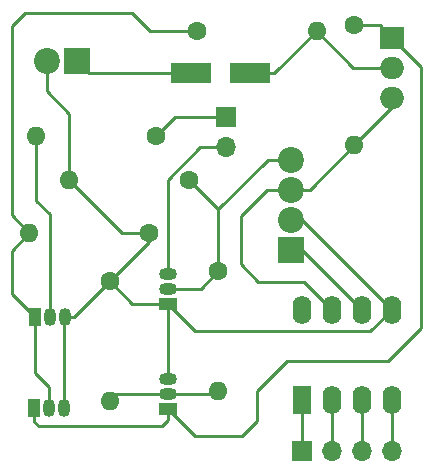
<source format=gbr>
%TF.GenerationSoftware,KiCad,Pcbnew,(6.0.10)*%
%TF.CreationDate,2023-01-15T11:08:54+01:00*%
%TF.ProjectId,PCB_PSU_LIN_2023-01-12,5043425f-5053-4555-9f4c-494e5f323032,rev?*%
%TF.SameCoordinates,Original*%
%TF.FileFunction,Copper,L1,Top*%
%TF.FilePolarity,Positive*%
%FSLAX46Y46*%
G04 Gerber Fmt 4.6, Leading zero omitted, Abs format (unit mm)*
G04 Created by KiCad (PCBNEW (6.0.10)) date 2023-01-15 11:08:54*
%MOMM*%
%LPD*%
G01*
G04 APERTURE LIST*
%TA.AperFunction,ComponentPad*%
%ADD10C,1.600000*%
%TD*%
%TA.AperFunction,ComponentPad*%
%ADD11O,1.600000X1.600000*%
%TD*%
%TA.AperFunction,ComponentPad*%
%ADD12R,1.050000X1.500000*%
%TD*%
%TA.AperFunction,ComponentPad*%
%ADD13O,1.050000X1.500000*%
%TD*%
%TA.AperFunction,ComponentPad*%
%ADD14R,1.700000X1.700000*%
%TD*%
%TA.AperFunction,ComponentPad*%
%ADD15O,1.700000X1.700000*%
%TD*%
%TA.AperFunction,ComponentPad*%
%ADD16R,2.000000X1.905000*%
%TD*%
%TA.AperFunction,ComponentPad*%
%ADD17O,2.000000X1.905000*%
%TD*%
%TA.AperFunction,ComponentPad*%
%ADD18R,1.500000X1.050000*%
%TD*%
%TA.AperFunction,ComponentPad*%
%ADD19O,1.500000X1.050000*%
%TD*%
%TA.AperFunction,ComponentPad*%
%ADD20R,2.200000X2.200000*%
%TD*%
%TA.AperFunction,ComponentPad*%
%ADD21C,2.200000*%
%TD*%
%TA.AperFunction,ComponentPad*%
%ADD22R,1.600000X2.400000*%
%TD*%
%TA.AperFunction,ComponentPad*%
%ADD23O,1.600000X2.400000*%
%TD*%
%TA.AperFunction,SMDPad,CuDef*%
%ADD24R,3.500000X1.800000*%
%TD*%
%TA.AperFunction,Conductor*%
%ADD25C,0.250000*%
%TD*%
G04 APERTURE END LIST*
D10*
%TO.P,R4,1*%
%TO.N,POWEROFF*%
X75311107Y-72393220D03*
D11*
%TO.P,R4,2*%
%TO.N,R4_1*%
X65151107Y-72393220D03*
%TD*%
D12*
%TO.P,Q4,1*%
%TO.N,Q3_2*%
X65052674Y-87741994D03*
D13*
%TO.P,Q4,2*%
%TO.N,R4_1*%
X66322674Y-87741994D03*
%TO.P,Q4,3*%
%TO.N,GND*%
X67592674Y-87741994D03*
%TD*%
D14*
%TO.P,P4,1*%
%TO.N,N/C*%
X87657000Y-99035000D03*
D15*
%TO.P,P4,2*%
X90197000Y-99035000D03*
%TO.P,P4,3*%
X92737000Y-99035000D03*
%TO.P,P4,4*%
X95277000Y-99035000D03*
%TD*%
D16*
%TO.P,Q1,1*%
%TO.N,R1_1*%
X95325935Y-64073305D03*
D17*
%TO.P,Q1,2*%
%TO.N,USB_PWR*%
X95325935Y-66613305D03*
%TO.P,Q1,3*%
%TO.N,BATT*%
X95325935Y-69153305D03*
%TD*%
D10*
%TO.P,R1,1*%
%TO.N,R1_1*%
X92069811Y-63019768D03*
D11*
%TO.P,R1,2*%
%TO.N,BATT*%
X92069811Y-73179768D03*
%TD*%
D10*
%TO.P,R2,1*%
%TO.N,IGN*%
X80601521Y-83820000D03*
D11*
%TO.P,R2,2*%
%TO.N,Q2_2*%
X80601521Y-93980000D03*
%TD*%
D18*
%TO.P,Q5,1*%
%TO.N,GND*%
X76317065Y-86595803D03*
D19*
%TO.P,Q5,2*%
%TO.N,IGN*%
X76317065Y-85325803D03*
%TO.P,Q5,3*%
%TO.N,SHUTDOWN*%
X76317065Y-84055803D03*
%TD*%
D10*
%TO.P,R7,1*%
%TO.N,GND*%
X74755012Y-80595080D03*
D11*
%TO.P,R7,2*%
%TO.N,Q3_2*%
X64595012Y-80595080D03*
%TD*%
D18*
%TO.P,Q2,1*%
%TO.N,R1_1*%
X76336262Y-95490000D03*
D19*
%TO.P,Q2,2*%
%TO.N,Q2_2*%
X76336262Y-94220000D03*
%TO.P,Q2,3*%
%TO.N,GND*%
X76336262Y-92950000D03*
%TD*%
D10*
%TO.P,R6,1*%
%TO.N,GND*%
X71392679Y-84704598D03*
D11*
%TO.P,R6,2*%
%TO.N,Q2_2*%
X71392679Y-94864598D03*
%TD*%
D14*
%TO.P,P3,1*%
%TO.N,POWEROFF*%
X81258320Y-70820081D03*
D15*
%TO.P,P3,2*%
%TO.N,SHUTDOWN*%
X81258320Y-73360081D03*
%TD*%
D10*
%TO.P,R5,1*%
%TO.N,IGN*%
X78132375Y-76114116D03*
D11*
%TO.P,R5,2*%
%TO.N,GND*%
X67972375Y-76114116D03*
%TD*%
D10*
%TO.P,R3,1*%
%TO.N,Q3_2*%
X78740000Y-63500000D03*
D11*
%TO.P,R3,2*%
%TO.N,USB_PWR*%
X88900000Y-63500000D03*
%TD*%
D20*
%TO.P,P2,1*%
%TO.N,USB_PWR_DIODE*%
X68580000Y-66040000D03*
D21*
%TO.P,P2,2*%
%TO.N,GND*%
X66040000Y-66040000D03*
%TD*%
D20*
%TO.P,P1,1*%
%TO.N,LIN*%
X86748032Y-82015000D03*
D21*
%TO.P,P1,2*%
%TO.N,GND*%
X86748032Y-79475000D03*
%TO.P,P1,3*%
%TO.N,BATT*%
X86748032Y-76935000D03*
%TO.P,P1,4*%
%TO.N,IGN*%
X86748032Y-74395000D03*
%TD*%
D22*
%TO.P,IC1,1*%
%TO.N,N/C*%
X87657000Y-94713000D03*
D23*
%TO.P,IC1,2*%
X90197000Y-94713000D03*
%TO.P,IC1,3*%
X92737000Y-94713000D03*
%TO.P,IC1,4*%
X95277000Y-94713000D03*
%TO.P,IC1,5*%
%TO.N,GND*%
X95277000Y-87093000D03*
%TO.P,IC1,6*%
%TO.N,LIN*%
X92737000Y-87093000D03*
%TO.P,IC1,7*%
%TO.N,BATT*%
X90197000Y-87093000D03*
%TO.P,IC1,8*%
%TO.N,N/C*%
X87657000Y-87093000D03*
%TD*%
D12*
%TO.P,Q3,1*%
%TO.N,R1_1*%
X64996066Y-95433173D03*
D13*
%TO.P,Q3,2*%
%TO.N,Q3_2*%
X66266066Y-95433173D03*
%TO.P,Q3,3*%
%TO.N,GND*%
X67536066Y-95433173D03*
%TD*%
D24*
%TO.P,D1,1*%
%TO.N,USB_PWR_DIODE*%
X78283390Y-67081020D03*
%TO.P,D1,2*%
%TO.N,USB_PWR*%
X83283390Y-67081020D03*
%TD*%
D25*
%TO.N,*%
X92737000Y-94713000D02*
X92737000Y-99035000D01*
X87657000Y-94713000D02*
X87657000Y-99035000D01*
X90197000Y-94713000D02*
X90197000Y-99035000D01*
X95277000Y-94713000D02*
X95277000Y-99035000D01*
%TO.N,BATT*%
X86748032Y-76935000D02*
X88314579Y-76935000D01*
X88314579Y-76935000D02*
X92069811Y-73179768D01*
X84746645Y-76935000D02*
X86748032Y-76935000D01*
X92069811Y-73179768D02*
X95325935Y-69923644D01*
X82517294Y-79164351D02*
X84746645Y-76935000D01*
X82517294Y-83263336D02*
X82517294Y-79164351D01*
X87831259Y-84727259D02*
X83981217Y-84727259D01*
X95325935Y-69923644D02*
X95325935Y-69153305D01*
X83981217Y-84727259D02*
X82517294Y-83263336D01*
X90197000Y-87093000D02*
X87831259Y-84727259D01*
%TO.N,GND*%
X67972375Y-76114116D02*
X67972375Y-70512375D01*
X71392679Y-84704598D02*
X74755012Y-81342265D01*
X93470000Y-88900000D02*
X78621262Y-88900000D01*
X68355283Y-87741994D02*
X71392679Y-84704598D01*
X74755012Y-81342265D02*
X74755012Y-80595080D01*
X66040000Y-66040000D02*
X66040000Y-68580000D01*
X74755012Y-80595080D02*
X72453339Y-80595080D01*
X67592674Y-87741994D02*
X68355283Y-87741994D01*
X95277000Y-87093000D02*
X93470000Y-88900000D01*
X76336262Y-86615000D02*
X76317065Y-86595803D01*
X73283884Y-86595803D02*
X71392679Y-84704598D01*
X78621262Y-88900000D02*
X76317065Y-86595803D01*
X87659000Y-79475000D02*
X86748032Y-79475000D01*
X67536066Y-87798602D02*
X67592674Y-87741994D01*
X95277000Y-87093000D02*
X87659000Y-79475000D01*
X67972375Y-70512375D02*
X66040000Y-68580000D01*
X76317065Y-86595803D02*
X73283884Y-86595803D01*
X72453339Y-80595080D02*
X67972375Y-76114116D01*
X76336262Y-92950000D02*
X76336262Y-86615000D01*
X67536066Y-95433173D02*
X67536066Y-87798602D01*
%TO.N,IGN*%
X84789783Y-74395000D02*
X86748032Y-74395000D01*
X79095718Y-85325803D02*
X76317065Y-85325803D01*
X80601521Y-83820000D02*
X79095718Y-85325803D01*
X80601521Y-83820000D02*
X80601521Y-78583262D01*
X80601521Y-78583262D02*
X84789783Y-74395000D01*
X80601521Y-78583262D02*
X78132375Y-76114116D01*
%TO.N,POWEROFF*%
X81258320Y-70820081D02*
X76884246Y-70820081D01*
X76884246Y-70820081D02*
X75311107Y-72393220D01*
%TO.N,Q2_2*%
X76336262Y-94220000D02*
X80361521Y-94220000D01*
X76336262Y-94220000D02*
X72037277Y-94220000D01*
X72037277Y-94220000D02*
X71392679Y-94864598D01*
X80361521Y-94220000D02*
X80601521Y-93980000D01*
%TO.N,Q3_2*%
X63101000Y-85790320D02*
X63101000Y-82089092D01*
X63101000Y-82089092D02*
X64595012Y-80595080D01*
X64207832Y-61960245D02*
X63101000Y-63067077D01*
X63101000Y-63067077D02*
X63101000Y-79101068D01*
X66266066Y-93628336D02*
X66266066Y-95433173D01*
X63101000Y-79101068D02*
X64595012Y-80595080D01*
X65052674Y-92414944D02*
X66266066Y-93628336D01*
X74787128Y-63500000D02*
X73247373Y-61960245D01*
X65052674Y-87741994D02*
X63101000Y-85790320D01*
X65052674Y-87741994D02*
X65052674Y-92414944D01*
X78740000Y-63500000D02*
X74787128Y-63500000D01*
X73247373Y-61960245D02*
X64207832Y-61960245D01*
%TO.N,R1_1*%
X83820000Y-96520000D02*
X83820000Y-93998000D01*
X82555000Y-97785000D02*
X83820000Y-96520000D01*
X97769682Y-88644416D02*
X97769682Y-66517052D01*
X92069811Y-63019768D02*
X94272398Y-63019768D01*
X83820000Y-93998000D02*
X86378000Y-91440000D01*
X97769682Y-66517052D02*
X95325935Y-64073305D01*
X94974098Y-91440000D02*
X97769682Y-88644416D01*
X65365815Y-96941544D02*
X75778456Y-96941544D01*
X75778456Y-96941544D02*
X76327000Y-96393000D01*
X64996066Y-95433173D02*
X64996066Y-96571795D01*
X78580000Y-97785000D02*
X82555000Y-97785000D01*
X76327000Y-95532000D02*
X78580000Y-97785000D01*
X94272398Y-63019768D02*
X95325935Y-64073305D01*
X64996066Y-96571795D02*
X65365815Y-96941544D01*
X86378000Y-91440000D02*
X94974098Y-91440000D01*
X76327000Y-96393000D02*
X76327000Y-95532000D01*
%TO.N,R4_1*%
X65151107Y-77851107D02*
X66322674Y-79022674D01*
X66322674Y-79022674D02*
X66322674Y-87741994D01*
X65151107Y-72393220D02*
X65151107Y-77851107D01*
%TO.N,SHUTDOWN*%
X76317065Y-84055803D02*
X76317065Y-76082935D01*
X76317065Y-76082935D02*
X79039919Y-73360081D01*
X79039919Y-73360081D02*
X81258320Y-73360081D01*
%TO.N,USB_PWR*%
X83283390Y-67081020D02*
X85318980Y-67081020D01*
X92013305Y-66613305D02*
X95325935Y-66613305D01*
X85318980Y-67081020D02*
X88900000Y-63500000D01*
X88900000Y-63500000D02*
X92013305Y-66613305D01*
%TO.N,USB_PWR_DIODE*%
X78283390Y-67081020D02*
X69621020Y-67081020D01*
X69621020Y-67081020D02*
X68580000Y-66040000D01*
%TO.N,LIN*%
X92737000Y-87093000D02*
X87659000Y-82015000D01*
X87659000Y-82015000D02*
X86748032Y-82015000D01*
%TD*%
M02*

</source>
